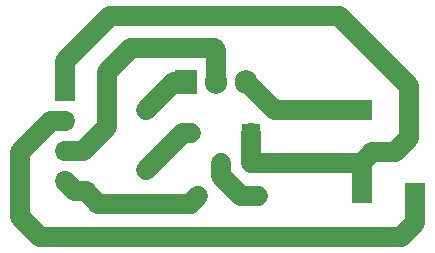
<source format=gbr>
G04 #@! TF.GenerationSoftware,KiCad,Pcbnew,5.0.2-bee76a0~70~ubuntu18.04.1*
G04 #@! TF.CreationDate,2019-11-03T16:55:38-05:00*
G04 #@! TF.ProjectId,ib4,6962342e-6b69-4636-9164-5f7063625858,rev?*
G04 #@! TF.SameCoordinates,PX170a8e0PY38d3f30*
G04 #@! TF.FileFunction,Copper,L4,Bot*
G04 #@! TF.FilePolarity,Positive*
%FSLAX46Y46*%
G04 Gerber Fmt 4.6, Leading zero omitted, Abs format (unit mm)*
G04 Created by KiCad (PCBNEW 5.0.2-bee76a0~70~ubuntu18.04.1) date Sun 03 Nov 2019 04:55:38 PM EST*
%MOMM*%
%LPD*%
G01*
G04 APERTURE LIST*
G04 #@! TA.AperFunction,ComponentPad*
%ADD10R,1.700000X1.700000*%
G04 #@! TD*
G04 #@! TA.AperFunction,ComponentPad*
%ADD11C,1.600000*%
G04 #@! TD*
G04 #@! TA.AperFunction,ComponentPad*
%ADD12O,1.600000X1.600000*%
G04 #@! TD*
G04 #@! TA.AperFunction,ComponentPad*
%ADD13O,1.700000X1.700000*%
G04 #@! TD*
G04 #@! TA.AperFunction,ComponentPad*
%ADD14R,1.905000X2.000000*%
G04 #@! TD*
G04 #@! TA.AperFunction,ComponentPad*
%ADD15O,1.905000X2.000000*%
G04 #@! TD*
G04 #@! TA.AperFunction,ComponentPad*
%ADD16C,1.500000*%
G04 #@! TD*
G04 #@! TA.AperFunction,ComponentPad*
%ADD17R,1.500000X1.500000*%
G04 #@! TD*
G04 #@! TA.AperFunction,Conductor*
%ADD18C,1.700000*%
G04 #@! TD*
G04 APERTURE END LIST*
D10*
G04 #@! TO.P,J4,1*
G04 #@! TO.N,RX*
X36305948Y6284294D03*
G04 #@! TD*
G04 #@! TO.P,J3,1*
G04 #@! TO.N,5V_SWITCHED*
X31755948Y13284294D03*
G04 #@! TD*
D11*
G04 #@! TO.P,R1,1*
G04 #@! TO.N,Net-(Q1-Pad2)*
X22987000Y6019800D03*
D12*
G04 #@! TO.P,R1,2*
G04 #@! TO.N,DECAGON_SWITCH*
X17907000Y6019800D03*
G04 #@! TD*
D11*
G04 #@! TO.P,R2,1*
G04 #@! TO.N,Net-(Q2-Pad1)*
X13477240Y13294360D03*
D12*
G04 #@! TO.P,R2,2*
G04 #@! TO.N,Net-(Q1-Pad3)*
X13477240Y8214360D03*
G04 #@! TD*
D10*
G04 #@! TO.P,J5,1*
G04 #@! TO.N,GND*
X31755948Y6284294D03*
G04 #@! TD*
G04 #@! TO.P,J1,1*
G04 #@! TO.N,GND*
X6639560Y14884400D03*
D13*
G04 #@! TO.P,J1,2*
G04 #@! TO.N,RX*
X6639560Y12344400D03*
G04 #@! TO.P,J1,3*
G04 #@! TO.N,5V*
X6639560Y9804400D03*
G04 #@! TO.P,J1,4*
G04 #@! TO.N,DECAGON_SWITCH*
X6639560Y7264400D03*
G04 #@! TD*
D14*
G04 #@! TO.P,Q2,1*
G04 #@! TO.N,Net-(Q2-Pad1)*
X16921480Y15707360D03*
D15*
G04 #@! TO.P,Q2,2*
G04 #@! TO.N,5V*
X19461480Y15707360D03*
G04 #@! TO.P,Q2,3*
G04 #@! TO.N,5V_SWITCHED*
X22001480Y15707360D03*
G04 #@! TD*
D16*
G04 #@! TO.P,Q1,2*
G04 #@! TO.N,Net-(Q1-Pad2)*
X19817080Y8808720D03*
G04 #@! TO.P,Q1,3*
G04 #@! TO.N,Net-(Q1-Pad3)*
X17277080Y11348720D03*
D17*
G04 #@! TO.P,Q1,1*
G04 #@! TO.N,GND*
X22357080Y11348720D03*
G04 #@! TD*
D18*
G04 #@! TO.N,GND*
X6639560Y17434400D02*
X6639560Y14884400D01*
X29819600Y21290280D02*
X10495440Y21290280D01*
X31755948Y6284294D02*
X31755948Y8834294D01*
X31755948Y8834294D02*
X32670174Y9748520D01*
X32670174Y9748520D02*
X34630360Y9748520D01*
X10495440Y21290280D02*
X6639560Y17434400D01*
X35778440Y10896600D02*
X35778440Y15331440D01*
X35778440Y15331440D02*
X29819600Y21290280D01*
X34630360Y9748520D02*
X35778440Y10896600D01*
X22357080Y8898720D02*
X22357080Y11348720D01*
X22421506Y8834294D02*
X22357080Y8898720D01*
X31755948Y8834294D02*
X22421506Y8834294D01*
G04 #@! TO.N,DECAGON_SWITCH*
X17287240Y5400040D02*
X17907000Y6019800D01*
X17287240Y5334000D02*
X17287240Y5400040D01*
X9469120Y5334000D02*
X17287240Y5334000D01*
X8388719Y6414401D02*
X9469120Y5334000D01*
X6639560Y7264400D02*
X7489559Y6414401D01*
X7489559Y6414401D02*
X8388719Y6414401D01*
G04 #@! TO.N,Net-(Q1-Pad2)*
X19817080Y7748060D02*
X21545340Y6019800D01*
X21855630Y6019800D02*
X22987000Y6019800D01*
X21545340Y6019800D02*
X21855630Y6019800D01*
X19817080Y8808720D02*
X19817080Y7748060D01*
G04 #@! TO.N,Net-(Q1-Pad3)*
X16611600Y11348720D02*
X13477240Y8214360D01*
X17277080Y11348720D02*
X16611600Y11348720D01*
G04 #@! TO.N,5V_SWITCHED*
X24424546Y13284294D02*
X22001480Y15707360D01*
X31755948Y13284294D02*
X24424546Y13284294D01*
G04 #@! TO.N,Net-(Q2-Pad1)*
X15890240Y15707360D02*
X13477240Y13294360D01*
X16921480Y15707360D02*
X15890240Y15707360D01*
G04 #@! TO.N,RX*
X5437479Y12344400D02*
X6639560Y12344400D01*
X36305948Y6284294D02*
X36305948Y3734294D01*
X36305948Y3734294D02*
X35131974Y2560320D01*
X35131974Y2560320D02*
X4561840Y2560320D01*
X4561840Y2560320D02*
X2875280Y4246880D01*
X2875280Y4246880D02*
X2875280Y9782201D01*
X2875280Y9782201D02*
X5437479Y12344400D01*
G04 #@! TO.N,5V*
X19270960Y18597880D02*
X19461480Y18407360D01*
X12242800Y18597880D02*
X19270960Y18597880D01*
X19461480Y18407360D02*
X19461480Y15707360D01*
X6639560Y9804400D02*
X7841641Y9804400D01*
X8199120Y9834880D02*
X10205720Y11841480D01*
X7841641Y9804400D02*
X7872121Y9834880D01*
X10205720Y11841480D02*
X10205720Y16560800D01*
X7872121Y9834880D02*
X8199120Y9834880D01*
X10205720Y16560800D02*
X12242800Y18597880D01*
G04 #@! TD*
M02*

</source>
